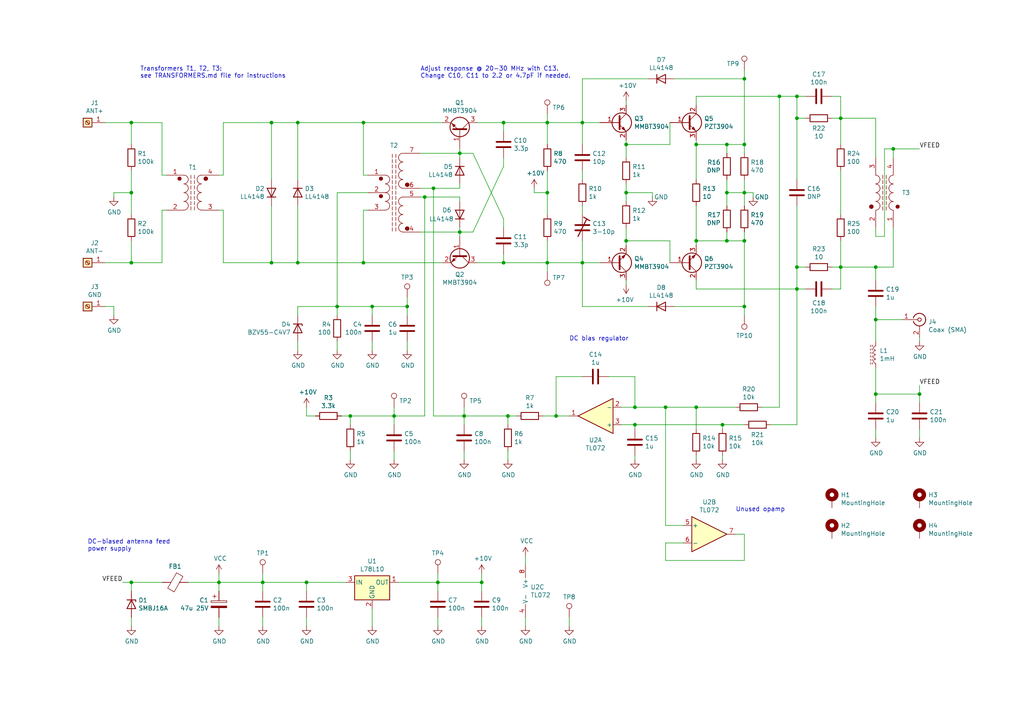
<source format=kicad_sch>
(kicad_sch (version 20230121) (generator eeschema)
  (paper "A4")
  (title_block (title "Lomiloop antenna amplifier") (date "2021-06-14") (rev "1") (company "Roman Dobrodii") (comment 1 "Licensed under Solderpad Hardware License v2.1"))
  (junction (at 181.61 41.91))
  (junction (at 231.14 77.47))
  (junction (at 226.06 27.94))
  (junction (at 215.9 41.91))
  (junction (at 215.9 69.85))
  (junction (at 38.1 55.88))
  (junction (at 201.93 118.11))
  (junction (at 38.1 35.56))
  (junction (at 215.9 55.88))
  (junction (at 125.73 54.61))
  (junction (at 184.15 118.11))
  (junction (at 181.61 69.85))
  (junction (at 114.3 120.65))
  (junction (at 38.1 168.91))
  (junction (at 161.29 120.65))
  (junction (at 243.84 34.29))
  (junction (at 215.9 22.86))
  (junction (at 215.9 88.9))
  (junction (at 38.1 76.2))
  (junction (at 88.9 168.91))
  (junction (at 133.35 67.31))
  (junction (at 210.82 41.91))
  (junction (at 123.19 57.15))
  (junction (at 231.14 83.82))
  (junction (at 243.84 77.47))
  (junction (at 266.7 114.3))
  (junction (at 101.6 120.65))
  (junction (at 86.36 76.2))
  (junction (at 78.74 35.56))
  (junction (at 210.82 55.88))
  (junction (at 105.41 35.56))
  (junction (at 133.35 44.45))
  (junction (at 209.55 123.19))
  (junction (at 181.61 55.88))
  (junction (at 134.62 120.65))
  (junction (at 158.75 35.56))
  (junction (at 158.75 76.2))
  (junction (at 97.79 88.9))
  (junction (at 254 92.71))
  (junction (at 168.91 35.56))
  (junction (at 146.05 76.2))
  (junction (at 184.15 123.19))
  (junction (at 158.75 55.88))
  (junction (at 231.14 34.29))
  (junction (at 107.95 88.9))
  (junction (at 127 168.91))
  (junction (at 201.93 41.91))
  (junction (at 146.05 35.56))
  (junction (at 105.41 76.2))
  (junction (at 147.32 120.65))
  (junction (at 86.36 35.56))
  (junction (at 76.2 168.91))
  (junction (at 201.93 69.85))
  (junction (at 63.5 168.91))
  (junction (at 231.14 27.94))
  (junction (at 118.11 88.9))
  (junction (at 259.08 43.18))
  (junction (at 139.7 168.91))
  (junction (at 210.82 69.85))
  (junction (at 193.04 118.11))
  (junction (at 168.91 76.2))
  (junction (at 78.74 76.2))
  (junction (at 254 77.47))
  (junction (at 254 114.3))
  (wire (pts (xy 97.79 99.06) (xy 97.79 101.6)))
  (wire (pts (xy 146.05 66.04) (xy 146.05 63.5)))
  (wire (pts (xy 64.77 35.56) (xy 78.74 35.56)))
  (wire (pts (xy 76.2 168.91) (xy 63.5 168.91)))
  (wire (pts (xy 35.56 168.91) (xy 38.1 168.91)))
  (wire (pts (xy 254 116.84) (xy 254 114.3)))
  (wire (pts (xy 209.55 133.35) (xy 209.55 132.08)))
  (wire (pts (xy 152.4 161.29) (xy 152.4 163.83)))
  (wire (pts (xy 231.14 27.94) (xy 233.68 27.94)))
  (wire (pts (xy 201.93 118.11) (xy 213.36 118.11)))
  (wire (pts (xy 254 34.29) (xy 254 45.72)))
  (wire (pts (xy 121.92 54.61) (xy 125.73 54.61)))
  (wire (pts (xy 210.82 67.31) (xy 210.82 69.85)))
  (wire (pts (xy 46.99 50.8) (xy 48.26 50.8)))
  (wire (pts (xy 158.75 33.02) (xy 158.75 35.56)))
  (wire (pts (xy 158.75 55.88) (xy 154.94 55.88)))
  (wire (pts (xy 105.41 50.8) (xy 106.68 50.8)))
  (wire (pts (xy 97.79 55.88) (xy 97.79 88.9)))
  (wire (pts (xy 215.9 20.32) (xy 215.9 22.86)))
  (wire (pts (xy 146.05 76.2) (xy 158.75 76.2)))
  (wire (pts (xy 158.75 41.91) (xy 158.75 35.56)))
  (wire (pts (xy 168.91 88.9) (xy 168.91 76.2)))
  (wire (pts (xy 161.29 120.65) (xy 157.48 120.65)))
  (wire (pts (xy 64.77 76.2) (xy 64.77 60.96)))
  (wire (pts (xy 114.3 120.65) (xy 114.3 123.19)))
  (wire (pts (xy 201.93 133.35) (xy 201.93 132.08)))
  (wire (pts (xy 261.62 92.71) (xy 254 92.71)))
  (wire (pts (xy 38.1 69.85) (xy 38.1 76.2)))
  (wire (pts (xy 127 168.91) (xy 139.7 168.91)))
  (wire (pts (xy 220.98 118.11) (xy 226.06 118.11)))
  (wire (pts (xy 243.84 83.82) (xy 243.84 77.47)))
  (wire (pts (xy 158.75 76.2) (xy 168.91 76.2)))
  (wire (pts (xy 254 106.68) (xy 254 114.3)))
  (wire (pts (xy 86.36 91.44) (xy 86.36 88.9)))
  (wire (pts (xy 146.05 48.26) (xy 137.16 67.31)))
  (wire (pts (xy 184.15 123.19) (xy 209.55 123.19)))
  (wire (pts (xy 187.96 88.9) (xy 168.91 88.9)))
  (wire (pts (xy 201.93 69.85) (xy 210.82 69.85)))
  (wire (pts (xy 133.35 67.31) (xy 137.16 67.31)))
  (wire (pts (xy 78.74 35.56) (xy 78.74 52.07)))
  (wire (pts (xy 254 124.46) (xy 254 127)))
  (wire (pts (xy 133.35 67.31) (xy 133.35 68.58)))
  (wire (pts (xy 78.74 59.69) (xy 78.74 76.2)))
  (wire (pts (xy 198.12 157.48) (xy 193.04 157.48)))
  (wire (pts (xy 86.36 52.07) (xy 86.36 35.56)))
  (wire (pts (xy 193.04 152.4) (xy 193.04 118.11)))
  (wire (pts (xy 215.9 69.85) (xy 215.9 88.9)))
  (wire (pts (xy 118.11 88.9) (xy 107.95 88.9)))
  (wire (pts (xy 86.36 59.69) (xy 86.36 76.2)))
  (wire (pts (xy 101.6 120.65) (xy 101.6 123.19)))
  (wire (pts (xy 78.74 76.2) (xy 64.77 76.2)))
  (wire (pts (xy 76.2 168.91) (xy 88.9 168.91)))
  (wire (pts (xy 254 92.71) (xy 254 99.06)))
  (wire (pts (xy 254 68.58) (xy 256.54 68.58)))
  (wire (pts (xy 231.14 77.47) (xy 231.14 59.69)))
  (wire (pts (xy 215.9 44.45) (xy 215.9 41.91)))
  (wire (pts (xy 181.61 69.85) (xy 181.61 71.12)))
  (wire (pts (xy 233.68 83.82) (xy 231.14 83.82)))
  (wire (pts (xy 181.61 41.91) (xy 181.61 45.72)))
  (wire (pts (xy 158.75 49.53) (xy 158.75 55.88)))
  (wire (pts (xy 215.9 67.31) (xy 215.9 69.85)))
  (wire (pts (xy 241.3 83.82) (xy 243.84 83.82)))
  (wire (pts (xy 231.14 34.29) (xy 231.14 52.07)))
  (wire (pts (xy 266.7 43.18) (xy 259.08 43.18)))
  (wire (pts (xy 115.57 168.91) (xy 127 168.91)))
  (wire (pts (xy 154.94 55.88) (xy 154.94 54.61)))
  (wire (pts (xy 46.99 76.2) (xy 46.99 60.96)))
  (wire (pts (xy 38.1 62.23) (xy 38.1 55.88)))
  (wire (pts (xy 187.96 22.86) (xy 168.91 22.86)))
  (wire (pts (xy 125.73 54.61) (xy 125.73 120.65)))
  (wire (pts (xy 181.61 30.48) (xy 181.61 29.21)))
  (wire (pts (xy 152.4 179.07) (xy 152.4 181.61)))
  (wire (pts (xy 254 77.47) (xy 259.08 77.47)))
  (wire (pts (xy 254 68.58) (xy 254 66.04)))
  (wire (pts (xy 88.9 168.91) (xy 100.33 168.91)))
  (wire (pts (xy 259.08 77.47) (xy 259.08 66.04)))
  (wire (pts (xy 231.14 77.47) (xy 233.68 77.47)))
  (wire (pts (xy 218.44 55.88) (xy 215.9 55.88)))
  (wire (pts (xy 38.1 41.91) (xy 38.1 35.56)))
  (wire (pts (xy 105.41 35.56) (xy 105.41 50.8)))
  (wire (pts (xy 173.99 76.2) (xy 168.91 76.2)))
  (wire (pts (xy 123.19 57.15) (xy 123.19 120.65)))
  (wire (pts (xy 194.31 41.91) (xy 194.31 35.56)))
  (wire (pts (xy 146.05 45.72) (xy 146.05 48.26)))
  (wire (pts (xy 168.91 35.56) (xy 158.75 35.56)))
  (wire (pts (xy 121.92 44.45) (xy 133.35 44.45)))
  (wire (pts (xy 168.91 109.22) (xy 161.29 109.22)))
  (wire (pts (xy 161.29 120.65) (xy 165.1 120.65)))
  (wire (pts (xy 121.92 67.31) (xy 133.35 67.31)))
  (wire (pts (xy 133.35 58.42) (xy 133.35 57.15)))
  (wire (pts (xy 193.04 118.11) (xy 184.15 118.11)))
  (wire (pts (xy 243.84 34.29) (xy 254 34.29)))
  (wire (pts (xy 63.5 168.91) (xy 54.61 168.91)))
  (wire (pts (xy 161.29 109.22) (xy 161.29 120.65)))
  (wire (pts (xy 210.82 55.88) (xy 210.82 59.69)))
  (wire (pts (xy 101.6 130.81) (xy 101.6 133.35)))
  (wire (pts (xy 78.74 35.56) (xy 86.36 35.56)))
  (wire (pts (xy 138.43 76.2) (xy 146.05 76.2)))
  (wire (pts (xy 215.9 162.56) (xy 215.9 154.94)))
  (wire (pts (xy 195.58 88.9) (xy 215.9 88.9)))
  (wire (pts (xy 165.1 179.07) (xy 165.1 181.61)))
  (wire (pts (xy 127 179.07) (xy 127 181.61)))
  (wire (pts (xy 105.41 60.96) (xy 106.68 60.96)))
  (wire (pts (xy 33.02 88.9) (xy 33.02 91.44)))
  (wire (pts (xy 133.35 44.45) (xy 137.16 44.45)))
  (wire (pts (xy 125.73 120.65) (xy 134.62 120.65)))
  (wire (pts (xy 137.16 44.45) (xy 146.05 63.5)))
  (wire (pts (xy 193.04 162.56) (xy 215.9 162.56)))
  (wire (pts (xy 86.36 35.56) (xy 105.41 35.56)))
  (wire (pts (xy 121.92 57.15) (xy 123.19 57.15)))
  (wire (pts (xy 78.74 76.2) (xy 86.36 76.2)))
  (wire (pts (xy 256.54 43.18) (xy 259.08 43.18)))
  (wire (pts (xy 158.75 76.2) (xy 158.75 69.85)))
  (wire (pts (xy 88.9 181.61) (xy 88.9 179.07)))
  (wire (pts (xy 210.82 52.07) (xy 210.82 55.88)))
  (wire (pts (xy 139.7 168.91) (xy 139.7 171.45)))
  (wire (pts (xy 198.12 152.4) (xy 193.04 152.4)))
  (wire (pts (xy 231.14 83.82) (xy 231.14 123.19)))
  (wire (pts (xy 134.62 123.19) (xy 134.62 120.65)))
  (wire (pts (xy 243.84 77.47) (xy 254 77.47)))
  (wire (pts (xy 128.27 35.56) (xy 105.41 35.56)))
  (wire (pts (xy 181.61 81.28) (xy 181.61 82.55)))
  (wire (pts (xy 33.02 55.88) (xy 38.1 55.88)))
  (wire (pts (xy 105.41 60.96) (xy 105.41 76.2)))
  (wire (pts (xy 201.93 41.91) (xy 210.82 41.91)))
  (wire (pts (xy 76.2 166.37) (xy 76.2 168.91)))
  (wire (pts (xy 215.9 154.94) (xy 213.36 154.94)))
  (wire (pts (xy 97.79 88.9) (xy 107.95 88.9)))
  (wire (pts (xy 223.52 123.19) (xy 231.14 123.19)))
  (wire (pts (xy 180.34 123.19) (xy 184.15 123.19)))
  (wire (pts (xy 38.1 35.56) (xy 46.99 35.56)))
  (wire (pts (xy 88.9 118.11) (xy 88.9 120.65)))
  (wire (pts (xy 114.3 133.35) (xy 114.3 130.81)))
  (wire (pts (xy 266.7 127) (xy 266.7 124.46)))
  (wire (pts (xy 218.44 55.88) (xy 218.44 57.15)))
  (wire (pts (xy 134.62 120.65) (xy 147.32 120.65)))
  (wire (pts (xy 184.15 109.22) (xy 184.15 118.11)))
  (wire (pts (xy 181.61 58.42) (xy 181.61 55.88)))
  (wire (pts (xy 139.7 168.91) (xy 139.7 166.37)))
  (wire (pts (xy 194.31 69.85) (xy 181.61 69.85)))
  (wire (pts (xy 184.15 118.11) (xy 180.34 118.11)))
  (wire (pts (xy 181.61 55.88) (xy 189.23 55.88)))
  (wire (pts (xy 176.53 109.22) (xy 184.15 109.22)))
  (wire (pts (xy 241.3 34.29) (xy 243.84 34.29)))
  (wire (pts (xy 243.84 27.94) (xy 243.84 34.29)))
  (wire (pts (xy 181.61 55.88) (xy 181.61 53.34)))
  (wire (pts (xy 139.7 181.61) (xy 139.7 179.07)))
  (wire (pts (xy 38.1 168.91) (xy 46.99 168.91)))
  (wire (pts (xy 38.1 181.61) (xy 38.1 179.07)))
  (wire (pts (xy 201.93 124.46) (xy 201.93 118.11)))
  (wire (pts (xy 215.9 52.07) (xy 215.9 55.88)))
  (wire (pts (xy 201.93 41.91) (xy 201.93 52.07)))
  (wire (pts (xy 210.82 44.45) (xy 210.82 41.91)))
  (wire (pts (xy 127 171.45) (xy 127 168.91)))
  (wire (pts (xy 38.1 76.2) (xy 46.99 76.2)))
  (wire (pts (xy 118.11 101.6) (xy 118.11 99.06)))
  (wire (pts (xy 134.62 118.11) (xy 134.62 120.65)))
  (wire (pts (xy 243.84 49.53) (xy 243.84 62.23)))
  (wire (pts (xy 149.86 120.65) (xy 147.32 120.65)))
  (wire (pts (xy 133.35 45.72) (xy 133.35 44.45)))
  (wire (pts (xy 38.1 171.45) (xy 38.1 168.91)))
  (wire (pts (xy 184.15 132.08) (xy 184.15 133.35)))
  (wire (pts (xy 184.15 124.46) (xy 184.15 123.19)))
  (wire (pts (xy 193.04 157.48) (xy 193.04 162.56)))
  (wire (pts (xy 86.36 99.06) (xy 86.36 101.6)))
  (wire (pts (xy 168.91 35.56) (xy 173.99 35.56)))
  (wire (pts (xy 201.93 83.82) (xy 231.14 83.82)))
  (wire (pts (xy 128.27 76.2) (xy 105.41 76.2)))
  (wire (pts (xy 63.5 166.37) (xy 63.5 168.91)))
  (wire (pts (xy 127 166.37) (xy 127 168.91)))
  (wire (pts (xy 168.91 41.91) (xy 168.91 35.56)))
  (wire (pts (xy 266.7 97.79) (xy 266.7 99.06)))
  (wire (pts (xy 215.9 55.88) (xy 215.9 59.69)))
  (wire (pts (xy 215.9 88.9) (xy 215.9 91.44)))
  (wire (pts (xy 241.3 27.94) (xy 243.84 27.94)))
  (wire (pts (xy 241.3 77.47) (xy 243.84 77.47)))
  (wire (pts (xy 64.77 50.8) (xy 64.77 35.56)))
  (wire (pts (xy 256.54 68.58) (xy 256.54 43.18)))
  (wire (pts (xy 30.48 76.2) (xy 38.1 76.2)))
  (wire (pts (xy 181.61 40.64) (xy 181.61 41.91)))
  (wire (pts (xy 97.79 91.44) (xy 97.79 88.9)))
  (wire (pts (xy 86.36 88.9) (xy 97.79 88.9)))
  (wire (pts (xy 209.55 124.46) (xy 209.55 123.19)))
  (wire (pts (xy 107.95 101.6) (xy 107.95 99.06)))
  (wire (pts (xy 201.93 59.69) (xy 201.93 69.85)))
  (wire (pts (xy 210.82 55.88) (xy 215.9 55.88)))
  (wire (pts (xy 63.5 181.61) (xy 63.5 179.07)))
  (wire (pts (xy 133.35 44.45) (xy 133.35 43.18)))
  (wire (pts (xy 168.91 76.2) (xy 168.91 69.85)))
  (wire (pts (xy 30.48 35.56) (xy 38.1 35.56)))
  (wire (pts (xy 201.93 118.11) (xy 193.04 118.11)))
  (wire (pts (xy 226.06 27.94) (xy 226.06 118.11)))
  (wire (pts (xy 114.3 118.11) (xy 114.3 120.65)))
  (wire (pts (xy 215.9 22.86) (xy 215.9 41.91)))
  (wire (pts (xy 118.11 91.44) (xy 118.11 88.9)))
  (wire (pts (xy 147.32 133.35) (xy 147.32 130.81)))
  (wire (pts (xy 101.6 120.65) (xy 114.3 120.65)))
  (wire (pts (xy 33.02 57.15) (xy 33.02 55.88)))
  (wire (pts (xy 210.82 69.85) (xy 215.9 69.85)))
  (wire (pts (xy 209.55 123.19) (xy 215.9 123.19)))
  (wire (pts (xy 133.35 57.15) (xy 123.19 57.15)))
  (wire (pts (xy 64.77 60.96) (xy 63.5 60.96)))
  (wire (pts (xy 158.75 78.74) (xy 158.75 76.2)))
  (wire (pts (xy 254 92.71) (xy 254 88.9)))
  (wire (pts (xy 231.14 34.29) (xy 233.68 34.29)))
  (wire (pts (xy 201.93 81.28) (xy 201.93 83.82)))
  (wire (pts (xy 231.14 83.82) (xy 231.14 77.47)))
  (wire (pts (xy 38.1 55.88) (xy 38.1 49.53)))
  (wire (pts (xy 63.5 50.8) (xy 64.77 50.8)))
  (wire (pts (xy 181.61 41.91) (xy 194.31 41.91)))
  (wire (pts (xy 133.35 53.34) (xy 133.35 54.61)))
  (wire (pts (xy 201.93 27.94) (xy 226.06 27.94)))
  (wire (pts (xy 147.32 123.19) (xy 147.32 120.65)))
  (wire (pts (xy 86.36 76.2) (xy 105.41 76.2)))
  (wire (pts (xy 46.99 35.56) (xy 46.99 50.8)))
  (wire (pts (xy 266.7 116.84) (xy 266.7 114.3)))
  (wire (pts (xy 46.99 60.96) (xy 48.26 60.96)))
  (wire (pts (xy 254 114.3) (xy 266.7 114.3)))
  (wire (pts (xy 158.75 55.88) (xy 158.75 62.23)))
  (wire (pts (xy 210.82 41.91) (xy 215.9 41.91)))
  (wire (pts (xy 134.62 133.35) (xy 134.62 130.81)))
  (wire (pts (xy 107.95 88.9) (xy 107.95 91.44)))
  (wire (pts (xy 88.9 120.65) (xy 91.44 120.65)))
  (wire (pts (xy 146.05 35.56) (xy 158.75 35.56)))
  (wire (pts (xy 106.68 55.88) (xy 97.79 55.88)))
  (wire (pts (xy 181.61 66.04) (xy 181.61 69.85)))
  (wire (pts (xy 168.91 49.53) (xy 168.91 52.07)))
  (wire (pts (xy 88.9 171.45) (xy 88.9 168.91)))
  (wire (pts (xy 133.35 66.04) (xy 133.35 67.31)))
  (wire (pts (xy 201.93 69.85) (xy 201.93 71.12)))
  (wire (pts (xy 76.2 181.61) (xy 76.2 179.07)))
  (wire (pts (xy 146.05 35.56) (xy 146.05 38.1)))
  (wire (pts (xy 30.48 88.9) (xy 33.02 88.9)))
  (wire (pts (xy 201.93 40.64) (xy 201.93 41.91)))
  (wire (pts (xy 138.43 35.56) (xy 146.05 35.56)))
  (wire (pts (xy 146.05 76.2) (xy 146.05 73.66)))
  (wire (pts (xy 168.91 22.86) (xy 168.91 35.56)))
  (wire (pts (xy 123.19 120.65) (xy 114.3 120.65)))
  (wire (pts (xy 168.91 62.23) (xy 168.91 59.69)))
  (wire (pts (xy 231.14 34.29) (xy 231.14 27.94)))
  (wire (pts (xy 133.35 54.61) (xy 125.73 54.61)))
  (wire (pts (xy 107.95 181.61) (xy 107.95 176.53)))
  (wire (pts (xy 243.84 77.47) (xy 243.84 69.85)))
  (wire (pts (xy 63.5 171.45) (xy 63.5 168.91)))
  (wire (pts (xy 194.31 76.2) (xy 194.31 69.85)))
  (wire (pts (xy 118.11 86.36) (xy 118.11 88.9)))
  (wire (pts (xy 226.06 27.94) (xy 231.14 27.94)))
  (wire (pts (xy 254 81.28) (xy 254 77.47)))
  (wire (pts (xy 189.23 55.88) (xy 189.23 57.15)))
  (wire (pts (xy 243.84 34.29) (xy 243.84 41.91)))
  (wire (pts (xy 259.08 45.72) (xy 259.08 43.18)))
  (wire (pts (xy 266.7 111.76) (xy 266.7 114.3)))
  (wire (pts (xy 76.2 171.45) (xy 76.2 168.91)))
  (wire (pts (xy 101.6 120.65) (xy 99.06 120.65)))
  (wire (pts (xy 195.58 22.86) (xy 215.9 22.86)))
  (wire (pts (xy 201.93 30.48) (xy 201.93 27.94)))
  (text "DC-biased antenna feed\npower supply" (at 25.4 160.02 0) (effects (font (size 1.27 1.27)) (justify left bottom)))
  (text "Unused opamp" (at 213.36 148.59 0) (effects (font (size 1.27 1.27)) (justify left bottom)))
  (text "Adjust response @ 20-30 MHz with C13.\nChange C10, C11 to 2.2 or 4.7pF if needed." (at 121.92 22.86 0) (effects (font (size 1.27 1.27)) (justify left bottom)))
  (text "DC bias regulator" (at 165.1 99.06 0) (effects (font (size 1.27 1.27)) (justify left bottom)))
  (text "Transformers T1, T2, T3:\nsee TRANSFORMERS.md file for instructions" (at 40.64 22.86 0) (effects (font (size 1.27 1.27)) (justify left bottom)))
  (label "VFEED" (at 266.7 43.18 0))
  (label "VFEED" (at 266.7 111.76 0))
  (label "VFEED" (at 35.56 168.91 180))
  (symbol (lib_id "Connector:Screw_Terminal_01x01") (at 25.4 35.56 180) (unit 1)
    (property "Reference" "J1" (at 27.4828 29.845 0))
    (property "Value" "ANT+" (at 27.4828 32.1564 0))
    (property "Footprint" "local_footprints:Keystone_7771_ScrewTerminal" (effects hide))
  )
  (symbol (lib_id "Connector:Screw_Terminal_01x01") (at 25.4 76.2 180) (unit 1)
    (property "Reference" "J2" (at 27.4828 70.485 0))
    (property "Value" "ANT-" (at 27.4828 72.7964 0))
    (property "Footprint" "local_footprints:Keystone_7771_ScrewTerminal" (effects hide))
  )
  (symbol (lib_id "Device:R") (at 38.1 66.04 0) (unit 1)
    (property "Reference" "R2" (at 39.878 64.8716 0) (effects (justify left)))
    (property "Value" "100k" (at 39.878 67.183 0) (effects (justify left)))
    (property "Footprint" "Resistor_SMD:R_0805_2012Metric_Pad1.15x1.40mm_HandSolder" (effects hide))
  )
  (symbol (lib_id "Device:R") (at 38.1 45.72 0) (unit 1)
    (property "Reference" "R1" (at 39.878 44.5516 0) (effects (justify left)))
    (property "Value" "100k" (at 39.878 46.863 0) (effects (justify left)))
    (property "Footprint" "Resistor_SMD:R_0805_2012Metric_Pad1.15x1.40mm_HandSolder" (effects hide))
  )
  (symbol (lib_id "power:GND") (at 33.02 57.15 0) (unit 1)
    (property "Reference" "#PWR01" (effects hide))
    (property "Value" "GND" (at 33.147 61.5442 0))
  )
  (symbol (lib_id "Connector:Screw_Terminal_01x01") (at 25.4 88.9 180) (unit 1)
    (property "Reference" "J3" (at 27.4828 83.185 0))
    (property "Value" "GND" (at 27.4828 85.4964 0))
    (property "Footprint" "local_footprints:Keystone_7771_ScrewTerminal" (effects hide))
  )
  (symbol (lib_id "power:GND") (at 33.02 91.44 0) (unit 1)
    (property "Reference" "#PWR02" (effects hide))
    (property "Value" "GND" (at 33.147 95.8342 0))
  )
  (symbol (lib_id "Diode:1N4148W") (at 78.74 55.88 90) (unit 1)
    (property "Reference" "D2" (at 76.7334 54.7116 90) (effects (justify left)))
    (property "Value" "LL4148" (at 76.7334 57.023 90) (effects (justify left)))
    (property "Footprint" "Diode_SMD:D_MiniMELF" (effects hide))
    (property "Datasheet" "https://www.vishay.com/docs/85748/1n4148w.pdf" (effects hide))
  )
  (symbol (lib_id "Diode:1N4148W") (at 86.36 55.88 270) (unit 1)
    (property "Reference" "D3" (at 88.392 54.7116 90) (effects (justify left)))
    (property "Value" "LL4148" (at 88.392 57.023 90) (effects (justify left)))
    (property "Footprint" "Diode_SMD:D_MiniMELF" (effects hide))
    (property "Datasheet" "https://www.vishay.com/docs/85748/1n4148w.pdf" (effects hide))
  )
  (symbol (lib_id "Device:D_Zener") (at 86.36 95.25 270) (unit 1)
    (property "Reference" "D4" (at 84.328 94.0816 90) (effects (justify right)))
    (property "Value" "BZV55-C4V7" (at 84.328 96.393 90) (effects (justify right)))
    (property "Footprint" "Diode_SMD:D_MiniMELF" (effects hide))
  )
  (symbol (lib_id "power:GND") (at 86.36 101.6 0) (unit 1)
    (property "Reference" "#PWR07" (effects hide))
    (property "Value" "GND" (at 86.487 105.9942 0))
  )
  (symbol (lib_id "local_syms:Transformer_1P_1S_ferrite") (at 55.88 55.88 0) (unit 1)
    (property "Reference" "T1" (at 55.88 48.5394 0))
    (property "Value" "Isolation trafo" (effects hide))
    (property "Footprint" "local_footprints:FairRite_5943004901_Standing" (effects hide))
  )
  (symbol (lib_id "local_syms:Transformer_1PS_2S_ferrite") (at 114.3 55.88 0) (unit 1)
    (property "Reference" "T2" (at 114.3 42.1894 0))
    (property "Value" "Normalization trafo" (effects hide))
    (property "Footprint" "local_footprints:BN_43_202_Trafo1SP2S" (effects hide))
  )
  (symbol (lib_id "Device:C") (at 107.95 95.25 0) (unit 1)
    (property "Reference" "C4" (at 105.029 94.0816 0) (effects (justify right)))
    (property "Value" "100n" (at 105.029 96.393 0) (effects (justify right)))
    (property "Footprint" "Capacitor_SMD:C_0805_2012Metric_Pad1.15x1.40mm_HandSolder" (effects hide))
  )
  (symbol (lib_id "Device:R") (at 97.79 95.25 0) (unit 1)
    (property "Reference" "R4" (at 96.0374 94.0816 0) (effects (justify right)))
    (property "Value" "100" (at 96.0374 96.393 0) (effects (justify right)))
    (property "Footprint" "Resistor_SMD:R_0805_2012Metric_Pad1.15x1.40mm_HandSolder" (effects hide))
  )
  (symbol (lib_id "power:GND") (at 97.79 101.6 0) (unit 1)
    (property "Reference" "#PWR010" (effects hide))
    (property "Value" "GND" (at 97.917 105.9942 0))
  )
  (symbol (lib_id "power:GND") (at 107.95 101.6 0) (unit 1)
    (property "Reference" "#PWR012" (effects hide))
    (property "Value" "GND" (at 108.077 105.9942 0))
  )
  (symbol (lib_id "Transistor_BJT:MMBT3904") (at 133.35 38.1 270) (mirror x) (unit 1)
    (property "Reference" "Q1" (at 133.35 29.7688 90))
    (property "Value" "MMBT3904" (at 133.35 32.0802 90))
    (property "Footprint" "Package_TO_SOT_SMD:SOT-23" (effects hide))
    (property "Datasheet" "https://www.onsemi.com/pub/Collateral/2N3903-D.PDF" (effects hide))
  )
  (symbol (lib_id "Transistor_BJT:MMBT3904") (at 133.35 73.66 270) (unit 1)
    (property "Reference" "Q2" (at 133.35 79.629 90))
    (property "Value" "MMBT3904" (at 133.35 81.9404 90))
    (property "Footprint" "Package_TO_SOT_SMD:SOT-23" (effects hide))
    (property "Datasheet" "https://www.onsemi.com/pub/Collateral/2N3903-D.PDF" (effects hide))
  )
  (symbol (lib_id "Device:C") (at 146.05 41.91 180) (unit 1)
    (property "Reference" "C10" (at 148.971 40.7416 0) (effects (justify right)))
    (property "Value" "3.3p" (at 148.971 43.053 0) (effects (justify right)))
    (property "Footprint" "Capacitor_SMD:C_0805_2012Metric_Pad1.15x1.40mm_HandSolder" (effects hide))
  )
  (symbol (lib_id "Device:C") (at 146.05 69.85 180) (unit 1)
    (property "Reference" "C11" (at 148.971 68.6816 0) (effects (justify right)))
    (property "Value" "3.3p" (at 148.971 70.993 0) (effects (justify right)))
    (property "Footprint" "Capacitor_SMD:C_0805_2012Metric_Pad1.15x1.40mm_HandSolder" (effects hide))
  )
  (symbol (lib_id "Diode:1N4148W") (at 133.35 62.23 90) (unit 1)
    (property "Reference" "D6" (at 128.27 60.96 90) (effects (justify right)))
    (property "Value" "LL4148" (at 124.46 63.5 90) (effects (justify right)))
    (property "Footprint" "Diode_SMD:D_MiniMELF" (effects hide))
    (property "Datasheet" "https://www.vishay.com/docs/85748/1n4148w.pdf" (effects hide))
  )
  (symbol (lib_id "Device:R") (at 158.75 45.72 0) (unit 1)
    (property "Reference" "R8" (at 160.528 44.5516 0) (effects (justify left)))
    (property "Value" "470" (at 160.528 46.863 0) (effects (justify left)))
    (property "Footprint" "Resistor_SMD:R_0805_2012Metric_Pad1.15x1.40mm_HandSolder" (effects hide))
  )
  (symbol (lib_id "Device:R") (at 158.75 66.04 0) (unit 1)
    (property "Reference" "R9" (at 160.528 64.8716 0) (effects (justify left)))
    (property "Value" "470" (at 160.528 67.183 0) (effects (justify left)))
    (property "Footprint" "Resistor_SMD:R_0805_2012Metric_Pad1.15x1.40mm_HandSolder" (effects hide))
  )
  (symbol (lib_id "Diode:1N4148W") (at 133.35 49.53 90) (mirror x) (unit 1)
    (property "Reference" "D5" (at 131.3434 48.3616 90) (effects (justify left)))
    (property "Value" "LL4148" (at 131.3434 50.673 90) (effects (justify left)))
    (property "Footprint" "Diode_SMD:D_MiniMELF" (effects hide))
    (property "Datasheet" "https://www.vishay.com/docs/85748/1n4148w.pdf" (effects hide))
  )
  (symbol (lib_id "Device:R") (at 168.91 55.88 0) (unit 1)
    (property "Reference" "R10" (at 170.688 54.7116 0) (effects (justify left)))
    (property "Value" "1k" (at 170.688 57.023 0) (effects (justify left)))
    (property "Footprint" "Resistor_SMD:R_0805_2012Metric_Pad1.15x1.40mm_HandSolder" (effects hide))
  )
  (symbol (lib_id "lomiloop-rescue:CTRIM-Device") (at 168.91 66.04 0) (unit 1)
    (property "Reference" "C13" (at 171.831 64.8716 0) (effects (justify left)))
    (property "Value" "3-10p" (at 171.831 67.183 0) (effects (justify left)))
    (property "Footprint" "Capacitor_SMD:C_Trimmer_Murata_TZB4-A" (effects hide))
  )
  (symbol (lib_id "Device:C") (at 168.91 45.72 0) (unit 1)
    (property "Reference" "C12" (at 171.831 44.5516 0) (effects (justify left)))
    (property "Value" "10p" (at 171.831 46.863 0) (effects (justify left)))
    (property "Footprint" "Capacitor_SMD:C_0805_2012Metric_Pad1.15x1.40mm_HandSolder" (effects hide))
  )
  (symbol (lib_id "Device:R") (at 181.61 49.53 0) (unit 1)
    (property "Reference" "R11" (at 183.388 48.3616 0) (effects (justify left)))
    (property "Value" "1k" (at 183.388 50.673 0) (effects (justify left)))
    (property "Footprint" "Resistor_SMD:R_0805_2012Metric_Pad1.15x1.40mm_HandSolder" (effects hide))
  )
  (symbol (lib_id "Device:R") (at 181.61 62.23 0) (unit 1)
    (property "Reference" "R12" (at 183.388 61.0616 0) (effects (justify left)))
    (property "Value" "1k" (at 183.388 63.373 0) (effects (justify left)))
    (property "Footprint" "Resistor_SMD:R_0805_2012Metric_Pad1.15x1.40mm_HandSolder" (effects hide))
  )
  (symbol (lib_id "power:GND") (at 189.23 57.15 0) (unit 1)
    (property "Reference" "#PWR028" (effects hide))
    (property "Value" "GND" (at 191.77 57.15 0))
  )
  (symbol (lib_id "Transistor_BJT:PZT3904") (at 199.39 35.56 0) (unit 1)
    (property "Reference" "Q5" (at 204.216 34.3916 0) (effects (justify left)))
    (property "Value" "PZT3904" (at 204.216 36.703 0) (effects (justify left)))
    (property "Footprint" "Package_TO_SOT_SMD:SOT-223-3_TabPin2" (effects hide))
    (property "Datasheet" "https://www.onsemi.com/pub/Collateral/2N3903-D.PDF" (effects hide))
  )
  (symbol (lib_id "Transistor_BJT:PZT3904") (at 199.39 76.2 0) (mirror x) (unit 1)
    (property "Reference" "Q6" (at 204.216 75.0316 0) (effects (justify left)))
    (property "Value" "PZT3904" (at 204.216 77.343 0) (effects (justify left)))
    (property "Footprint" "Package_TO_SOT_SMD:SOT-223-3_TabPin2" (effects hide))
    (property "Datasheet" "https://www.onsemi.com/pub/Collateral/2N3903-D.PDF" (effects hide))
  )
  (symbol (lib_id "Device:R") (at 201.93 55.88 0) (unit 1)
    (property "Reference" "R13" (at 203.708 54.7116 0) (effects (justify left)))
    (property "Value" "10" (at 203.708 57.023 0) (effects (justify left)))
    (property "Footprint" "Resistor_SMD:R_0805_2012Metric_Pad1.15x1.40mm_HandSolder" (effects hide))
  )
  (symbol (lib_id "Device:R") (at 215.9 63.5 0) (unit 1)
    (property "Reference" "R19" (at 217.678 62.3316 0) (effects (justify left)))
    (property "Value" "470" (at 217.678 64.643 0) (effects (justify left)))
    (property "Footprint" "Resistor_SMD:R_0805_2012Metric_Pad1.15x1.40mm_HandSolder" (effects hide))
  )
  (symbol (lib_id "Device:R") (at 243.84 45.72 0) (unit 1)
    (property "Reference" "R24" (at 245.618 44.5516 0) (effects (justify left)))
    (property "Value" "100" (at 245.618 46.863 0) (effects (justify left)))
    (property "Footprint" "Resistor_SMD:R_0805_2012Metric_Pad1.15x1.40mm_HandSolder" (effects hide))
  )
  (symbol (lib_id "Device:R") (at 243.84 66.04 0) (unit 1)
    (property "Reference" "R25" (at 245.618 64.8716 0) (effects (justify left)))
    (property "Value" "100" (at 245.618 67.183 0) (effects (justify left)))
    (property "Footprint" "Resistor_SMD:R_0805_2012Metric_Pad1.15x1.40mm_HandSolder" (effects hide))
  )
  (symbol (lib_id "Device:C") (at 231.14 55.88 0) (unit 1)
    (property "Reference" "C16" (at 234.061 54.7116 0) (effects (justify left)))
    (property "Value" "DNP" (at 234.061 57.023 0) (effects (justify left)))
    (property "Footprint" "Capacitor_SMD:C_0805_2012Metric_Pad1.15x1.40mm_HandSolder" (effects hide))
  )
  (symbol (lib_id "local_syms:Transformer_TL_Basic") (at 256.54 55.88 270) (mirror x) (unit 1)
    (property "Reference" "T3" (at 261.5692 55.88 90) (effects (justify left)))
    (property "Value" "Output balun" (effects hide))
    (property "Footprint" "local_footprints:BN_43_202_Trafo1P1S" (effects hide))
  )
  (symbol (lib_id "Device:C") (at 254 120.65 0) (unit 1)
    (property "Reference" "C20" (at 256.921 119.4816 0) (effects (justify left)))
    (property "Value" "1u" (at 256.921 121.793 0) (effects (justify left)))
    (property "Footprint" "Capacitor_THT:C_Rect_L7.2mm_W5.5mm_P5.00mm_FKS2_FKP2_MKS2_MKP2" (effects hide))
  )
  (symbol (lib_id "power:GND") (at 254 127 0) (unit 1)
    (property "Reference" "#PWR032" (effects hide))
    (property "Value" "GND" (at 254.127 131.3942 0))
  )
  (symbol (lib_id "Connector:Conn_Coaxial") (at 266.7 92.71 0) (unit 1)
    (property "Reference" "J4" (at 269.24 93.345 0) (effects (justify left)))
    (property "Value" "Coax (SMA)" (at 269.24 95.6564 0) (effects (justify left)))
    (property "Footprint" "Connector_Coaxial:SMA_Amphenol_132134_Vertical" (effects hide))
    (property "Datasheet" " ~" (effects hide))
  )
  (symbol (lib_id "power:GND") (at 266.7 99.06 0) (unit 1)
    (property "Reference" "#PWR033" (effects hide))
    (property "Value" "GND" (at 266.827 103.4542 0))
  )
  (symbol (lib_id "Device:R") (at 215.9 48.26 0) (unit 1)
    (property "Reference" "R18" (at 217.678 47.0916 0) (effects (justify left)))
    (property "Value" "470" (at 217.678 49.403 0) (effects (justify left)))
    (property "Footprint" "Resistor_SMD:R_0805_2012Metric_Pad1.15x1.40mm_HandSolder" (effects hide))
  )
  (symbol (lib_id "Device:D_Zener") (at 38.1 175.26 270) (unit 1)
    (property "Reference" "D1" (at 40.132 174.0916 90) (effects (justify left)))
    (property "Value" "SMBJ16A" (at 40.132 176.403 90) (effects (justify left)))
    (property "Footprint" "Diode_SMD:D_SMB_Handsoldering" (effects hide))
  )
  (symbol (lib_id "power:GND") (at 38.1 181.61 0) (unit 1)
    (property "Reference" "#PWR03" (effects hide))
    (property "Value" "GND" (at 38.227 186.0042 0))
  )
  (symbol (lib_id "lomiloop-rescue:Ferrite_Bead-Device") (at 50.8 168.91 270) (unit 1)
    (property "Reference" "FB1" (at 50.8 164.2872 90))
    (property "Value" "Ferrite_Bead" (effects hide))
    (property "Footprint" "Inductor_SMD:L_1206_3216Metric_Pad1.42x1.75mm_HandSolder" (effects hide))
  )
  (symbol (lib_id "lomiloop-rescue:CP-Device") (at 63.5 175.26 0) (unit 1)
    (property "Reference" "C1" (at 60.5282 174.0916 0) (effects (justify right)))
    (property "Value" "47u 25V" (at 60.5282 176.403 0) (effects (justify right)))
    (property "Footprint" "Capacitor_THT:CP_Radial_D5.0mm_P2.00mm" (effects hide))
  )
  (symbol (lib_id "power:GND") (at 63.5 181.61 0) (unit 1)
    (property "Reference" "#PWR05" (effects hide))
    (property "Value" "GND" (at 63.627 186.0042 0))
  )
  (symbol (lib_id "Device:C") (at 76.2 175.26 0) (unit 1)
    (property "Reference" "C2" (at 79.121 174.0916 0) (effects (justify left)))
    (property "Value" "100n" (at 79.121 176.403 0) (effects (justify left)))
    (property "Footprint" "Capacitor_SMD:C_0805_2012Metric_Pad1.15x1.40mm_HandSolder" (effects hide))
  )
  (symbol (lib_id "power:GND") (at 76.2 181.61 0) (unit 1)
    (property "Reference" "#PWR06" (effects hide))
    (property "Value" "GND" (at 76.327 186.0042 0))
  )
  (symbol (lib_id "Regulator_Linear:L78L10_SOT89") (at 107.95 168.91 0) (unit 1)
    (property "Reference" "U1" (at 107.95 162.7632 0))
    (property "Value" "L78L10" (at 107.95 165.0746 0))
    (property "Footprint" "Package_TO_SOT_SMD:SOT-89-3" (effects hide))
    (property "Datasheet" "http://www.st.com/content/ccc/resource/technical/document/datasheet/15/55/e5/aa/23/5b/43/fd/CD00000446.pdf/files/CD00000446.pdf/jcr:content/translations/en.CD00000446.pdf" (effects hide))
  )
  (symbol (lib_id "power:GND") (at 107.95 181.61 0) (unit 1)
    (property "Reference" "#PWR013" (effects hide))
    (property "Value" "GND" (at 108.077 186.0042 0))
  )
  (symbol (lib_id "power:+10V") (at 139.7 166.37 0) (unit 1)
    (property "Reference" "#PWR018" (effects hide))
    (property "Value" "+10V" (at 140.081 161.9758 0))
  )
  (symbol (lib_id "power:+10V") (at 154.94 54.61 0) (unit 1)
    (property "Reference" "#PWR023" (effects hide))
    (property "Value" "+10V" (at 155.321 50.2158 0))
  )
  (symbol (lib_id "power:+10V") (at 181.61 29.21 0) (unit 1)
    (property "Reference" "#PWR025" (effects hide))
    (property "Value" "+10V" (at 181.991 24.8158 0))
  )
  (symbol (lib_id "power:+10V") (at 181.61 82.55 180) (unit 1)
    (property "Reference" "#PWR026" (effects hide))
    (property "Value" "+10V" (at 181.229 86.9442 0))
  )
  (symbol (lib_id "power:VCC") (at 63.5 166.37 0) (unit 1)
    (property "Reference" "#PWR04" (effects hide))
    (property "Value" "VCC" (at 63.881 161.9758 0))
  )
  (symbol (lib_id "Device:C") (at 127 175.26 0) (unit 1)
    (property "Reference" "C7" (at 129.921 174.0916 0) (effects (justify left)))
    (property "Value" "100n" (at 129.921 176.403 0) (effects (justify left)))
    (property "Footprint" "Capacitor_SMD:C_0805_2012Metric_Pad1.15x1.40mm_HandSolder" (effects hide))
  )
  (symbol (lib_id "power:GND") (at 127 181.61 0) (unit 1)
    (property "Reference" "#PWR016" (effects hide))
    (property "Value" "GND" (at 127.127 186.0042 0))
  )
  (symbol (lib_id "Device:C") (at 139.7 175.26 0) (unit 1)
    (property "Reference" "C9" (at 142.621 174.0916 0) (effects (justify left)))
    (property "Value" "100n" (at 142.621 176.403 0) (effects (justify left)))
    (property "Footprint" "Capacitor_SMD:C_0805_2012Metric_Pad1.15x1.40mm_HandSolder" (effects hide))
  )
  (symbol (lib_id "power:GND") (at 139.7 181.61 0) (unit 1)
    (property "Reference" "#PWR019" (effects hide))
    (property "Value" "GND" (at 139.827 186.0042 0))
  )
  (symbol (lib_id "Device:C") (at 118.11 95.25 0) (unit 1)
    (property "Reference" "C6" (at 115.2144 94.0816 0) (effects (justify right)))
    (property "Value" "1u" (at 115.2144 96.393 0) (effects (justify right)))
    (property "Footprint" "Capacitor_SMD:C_0805_2012Metric_Pad1.15x1.40mm_HandSolder" (effects hide))
  )
  (symbol (lib_id "Device:C") (at 88.9 175.26 0) (unit 1)
    (property "Reference" "C3" (at 91.821 174.0916 0) (effects (justify left)))
    (property "Value" "100n" (at 91.821 176.403 0) (effects (justify left)))
    (property "Footprint" "Capacitor_SMD:C_0805_2012Metric_Pad1.15x1.40mm_HandSolder" (effects hide))
  )
  (symbol (lib_id "power:GND") (at 88.9 181.61 0) (unit 1)
    (property "Reference" "#PWR09" (effects hide))
    (property "Value" "GND" (at 89.027 186.0042 0))
  )
  (symbol (lib_id "Amplifier_Operational:TL072") (at 172.72 120.65 180) (unit 1)
    (property "Reference" "U2" (at 172.72 127.635 0))
    (property "Value" "TL072" (at 172.72 129.9464 0))
    (property "Footprint" "Package_SO:SO-8_3.9x4.9mm_P1.27mm" (effects hide))
    (property "Datasheet" "http://www.ti.com/lit/ds/symlink/tl071.pdf" (effects hide))
  )
  (symbol (lib_id "Amplifier_Operational:TL072") (at 205.74 154.94 0) (unit 2)
    (property "Reference" "U2" (at 205.74 145.6182 0))
    (property "Value" "TL072" (at 205.74 147.9296 0))
    (property "Footprint" "Package_SO:SO-8_3.9x4.9mm_P1.27mm" (effects hide))
    (property "Datasheet" "http://www.ti.com/lit/ds/symlink/tl071.pdf" (effects hide))
  )
  (symbol (lib_id "Amplifier_Operational:TL072") (at 154.94 171.45 0) (unit 3)
    (property "Reference" "U2" (at 153.8732 170.2816 0) (effects (justify left)))
    (property "Value" "TL072" (at 153.8732 172.593 0) (effects (justify left)))
    (property "Footprint" "Package_SO:SO-8_3.9x4.9mm_P1.27mm" (effects hide))
    (property "Datasheet" "http://www.ti.com/lit/ds/symlink/tl071.pdf" (effects hide))
  )
  (symbol (lib_id "power:GND") (at 152.4 181.61 0) (unit 1)
    (property "Reference" "#PWR022" (effects hide))
    (property "Value" "GND" (at 152.527 186.0042 0))
  )
  (symbol (lib_id "power:VCC") (at 152.4 161.29 0) (unit 1)
    (property "Reference" "#PWR021" (effects hide))
    (property "Value" "VCC" (at 152.781 156.8958 0))
  )
  (symbol (lib_id "power:GND") (at 118.11 101.6 0) (unit 1)
    (property "Reference" "#PWR015" (effects hide))
    (property "Value" "GND" (at 118.237 105.9942 0))
  )
  (symbol (lib_id "Diode:1N4148W") (at 191.77 88.9 0) (mirror x) (unit 1)
    (property "Reference" "D8" (at 191.77 83.3882 0))
    (property "Value" "LL4148" (at 191.77 85.6996 0))
    (property "Footprint" "Diode_SMD:D_MiniMELF" (effects hide))
    (property "Datasheet" "https://www.vishay.com/docs/85748/1n4148w.pdf" (effects hide))
  )
  (symbol (lib_id "Diode:1N4148W") (at 191.77 22.86 0) (mirror x) (unit 1)
    (property "Reference" "D7" (at 191.77 17.3482 0))
    (property "Value" "LL4148" (at 191.77 19.6596 0))
    (property "Footprint" "Diode_SMD:D_MiniMELF" (effects hide))
    (property "Datasheet" "https://www.vishay.com/docs/85748/1n4148w.pdf" (effects hide))
  )
  (symbol (lib_id "Device:R") (at 217.17 118.11 270) (unit 1)
    (property "Reference" "R20" (at 217.17 112.8522 90))
    (property "Value" "10k" (at 217.17 115.1636 90))
    (property "Footprint" "Resistor_SMD:R_0805_2012Metric_Pad1.15x1.40mm_HandSolder" (effects hide))
  )
  (symbol (lib_id "Device:R") (at 219.71 123.19 270) (unit 1)
    (property "Reference" "R21" (at 219.71 126.111 90))
    (property "Value" "10k" (at 219.71 128.4224 90))
    (property "Footprint" "Resistor_SMD:R_0805_2012Metric_Pad1.15x1.40mm_HandSolder" (effects hide))
  )
  (symbol (lib_id "Device:C") (at 184.15 128.27 0) (unit 1)
    (property "Reference" "C15" (at 187.071 127.1016 0) (effects (justify left)))
    (property "Value" "1u" (at 187.071 129.413 0) (effects (justify left)))
    (property "Footprint" "Capacitor_THT:C_Rect_L7.2mm_W5.5mm_P5.00mm_FKS2_FKP2_MKS2_MKP2" (effects hide))
  )
  (symbol (lib_id "power:GND") (at 184.15 133.35 0) (unit 1)
    (property "Reference" "#PWR027" (effects hide))
    (property "Value" "GND" (at 184.277 137.7442 0))
  )
  (symbol (lib_id "Device:C") (at 172.72 109.22 270) (unit 1)
    (property "Reference" "C14" (at 172.72 102.8192 90))
    (property "Value" "1u" (at 172.72 105.1306 90))
    (property "Footprint" "Capacitor_THT:C_Rect_L7.2mm_W5.5mm_P5.00mm_FKS2_FKP2_MKS2_MKP2" (effects hide))
  )
  (symbol (lib_id "Device:R") (at 153.67 120.65 270) (unit 1)
    (property "Reference" "R7" (at 153.67 115.3922 90))
    (property "Value" "1k" (at 153.67 117.7036 90))
    (property "Footprint" "Resistor_SMD:R_0805_2012Metric_Pad1.15x1.40mm_HandSolder" (effects hide))
  )
  (symbol (lib_id "Device:R") (at 147.32 127 0) (unit 1)
    (property "Reference" "R6" (at 149.098 125.8316 0) (effects (justify left)))
    (property "Value" "1k" (at 149.098 128.143 0) (effects (justify left)))
    (property "Footprint" "Resistor_SMD:R_0805_2012Metric_Pad1.15x1.40mm_HandSolder" (effects hide))
  )
  (symbol (lib_id "power:GND") (at 147.32 133.35 0) (unit 1)
    (property "Reference" "#PWR020" (effects hide))
    (property "Value" "GND" (at 147.447 137.7442 0))
  )
  (symbol (lib_id "Device:C") (at 134.62 127 0) (unit 1)
    (property "Reference" "C8" (at 137.541 125.8316 0) (effects (justify left)))
    (property "Value" "100n" (at 137.541 128.143 0) (effects (justify left)))
    (property "Footprint" "Capacitor_SMD:C_0805_2012Metric_Pad1.15x1.40mm_HandSolder" (effects hide))
  )
  (symbol (lib_id "power:GND") (at 134.62 133.35 0) (unit 1)
    (property "Reference" "#PWR017" (effects hide))
    (property "Value" "GND" (at 134.747 137.7442 0))
  )
  (symbol (lib_id "Device:R") (at 95.25 120.65 270) (unit 1)
    (property "Reference" "R3" (at 95.25 115.3922 90))
    (property "Value" "3.3k" (at 95.25 117.7036 90))
    (property "Footprint" "Resistor_SMD:R_0805_2012Metric_Pad1.15x1.40mm_HandSolder" (effects hide))
  )
  (symbol (lib_id "Device:R") (at 101.6 127 0) (unit 1)
    (property "Reference" "R5" (at 103.378 125.8316 0) (effects (justify left)))
    (property "Value" "1k" (at 103.378 128.143 0) (effects (justify left)))
    (property "Footprint" "Resistor_SMD:R_0805_2012Metric_Pad1.15x1.40mm_HandSolder" (effects hide))
  )
  (symbol (lib_id "power:GND") (at 101.6 133.35 0) (unit 1)
    (property "Reference" "#PWR011" (effects hide))
    (property "Value" "GND" (at 101.727 137.7442 0))
  )
  (symbol (lib_id "power:+10V") (at 88.9 118.11 0) (unit 1)
    (property "Reference" "#PWR08" (effects hide))
    (property "Value" "+10V" (at 89.281 113.7158 0))
  )
  (symbol (lib_id "Device:C") (at 114.3 127 0) (unit 1)
    (property "Reference" "C5" (at 117.221 125.8316 0) (effects (justify left)))
    (property "Value" "100n" (at 117.221 128.143 0) (effects (justify left)))
    (property "Footprint" "Capacitor_SMD:C_0805_2012Metric_Pad1.15x1.40mm_HandSolder" (effects hide))
  )
  (symbol (lib_id "Mechanical:MountingHole_Pad") (at 241.3 144.78 0) (unit 1)
    (property "Reference" "H1" (at 243.84 143.5354 0) (effects (justify left)))
    (property "Value" "MountingHole" (at 243.84 145.8468 0) (effects (justify left)))
    (property "Footprint" "local_footprints:MountingHole" (effects hide))
  )
  (symbol (lib_id "Mechanical:MountingHole_Pad") (at 266.7 144.78 0) (unit 1)
    (property "Reference" "H3" (at 269.24 143.5354 0) (effects (justify left)))
    (property "Value" "MountingHole" (at 269.24 145.8468 0) (effects (justify left)))
    (property "Footprint" "local_footprints:MountingHole" (effects hide))
  )
  (symbol (lib_id "Mechanical:MountingHole_Pad") (at 241.3 153.67 0) (unit 1)
    (property "Reference" "H2" (at 243.84 152.4254 0) (effects (justify left)))
    (property "Value" "MountingHole" (at 243.84 154.7368 0) (effects (justify left)))
    (property "Footprint" "local_footprints:MountingHole" (effects hide))
  )
  (symbol (lib_id "Mechanical:MountingHole_Pad") (at 266.7 153.67 0) (unit 1)
    (property "Reference" "H4" (at 269.24 152.4254 0) (effects (justify left)))
    (property "Value" "MountingHole" (at 269.24 154.7368 0) (effects (justify left)))
    (property "Footprint" "local_footprints:MountingHole" (effects hide))
  )
  (symbol (lib_id "power:GND") (at 114.3 133.35 0) (unit 1)
    (property "Reference" "#PWR014" (effects hide))
    (property "Value" "GND" (at 114.427 137.7442 0))
  )
  (symbol (lib_id "Device:C") (at 266.7 120.65 0) (unit 1)
    (property "Reference" "C21" (at 269.621 119.4816 0) (effects (justify left)))
    (property "Value" "100n" (at 269.621 121.793 0) (effects (justify left)))
    (property "Footprint" "Capacitor_SMD:C_0805_2012Metric_Pad1.15x1.40mm_HandSolder" (effects hide))
  )
  (symbol (lib_id "power:GND") (at 266.7 127 0) (unit 1)
    (property "Reference" "#PWR034" (effects hide))
    (property "Value" "GND" (at 266.827 131.3942 0))
  )
  (symbol (lib_id "Transistor_BJT:MMBT3904") (at 179.07 76.2 0) (mirror x) (unit 1)
    (property "Reference" "Q4" (at 183.9214 75.0316 0) (effects (justify left)))
    (property "Value" "MMBT3904" (at 183.9214 77.343 0) (effects (justify left)))
    (property "Footprint" "Package_TO_SOT_SMD:SOT-23" (effects hide))
    (property "Datasheet" "https://www.onsemi.com/pub/Collateral/2N3903-D.PDF" (effects hide))
  )
  (symbol (lib_id "Transistor_BJT:MMBT3904") (at 179.07 35.56 0) (unit 1)
    (property "Reference" "Q3" (at 183.9214 34.3916 0) (effects (justify left)))
    (property "Value" "MMBT3904" (at 183.9214 36.703 0) (effects (justify left)))
    (property "Footprint" "Package_TO_SOT_SMD:SOT-23" (effects hide))
    (property "Datasheet" "https://www.onsemi.com/pub/Collateral/2N3903-D.PDF" (effects hide))
  )
  (symbol (lib_id "Connector:TestPoint") (at 114.3 118.11 0) (unit 1)
    (property "Reference" "TP2" (at 115.7732 116.2812 0) (effects (justify left)))
    (property "Value" "TestPoint" (effects hide))
    (property "Footprint" "TestPoint:TestPoint_THTPad_D1.0mm_Drill0.5mm" (effects hide))
  )
  (symbol (lib_id "Connector:TestPoint") (at 118.11 86.36 0) (unit 1)
    (property "Reference" "TP3" (at 118.11 80.4418 0))
    (property "Value" "TestPoint" (effects hide))
    (property "Footprint" "TestPoint:TestPoint_THTPad_D1.0mm_Drill0.5mm" (effects hide))
  )
  (symbol (lib_id "Connector:TestPoint") (at 134.62 118.11 0) (unit 1)
    (property "Reference" "TP5" (at 136.0932 116.2812 0) (effects (justify left)))
    (property "Value" "TestPoint" (effects hide))
    (property "Footprint" "TestPoint:TestPoint_THTPad_D1.0mm_Drill0.5mm" (effects hide))
  )
  (symbol (lib_id "Connector:TestPoint") (at 158.75 33.02 0) (unit 1)
    (property "Reference" "TP6" (at 160.2232 31.1912 0) (effects (justify left)))
    (property "Value" "TestPoint" (effects hide))
    (property "Footprint" "TestPoint:TestPoint_THTPad_D1.0mm_Drill0.5mm" (effects hide))
  )
  (symbol (lib_id "Connector:TestPoint") (at 158.75 78.74 180) (unit 1)
    (property "Reference" "TP7" (at 160.2232 80.5688 0) (effects (justify right)))
    (property "Value" "TestPoint" (effects hide))
    (property "Footprint" "TestPoint:TestPoint_THTPad_D1.0mm_Drill0.5mm" (effects hide))
  )
  (symbol (lib_id "Connector:TestPoint") (at 215.9 91.44 180) (unit 1)
    (property "Reference" "TP10" (at 215.9 97.3582 0))
    (property "Value" "TestPoint" (effects hide))
    (property "Footprint" "TestPoint:TestPoint_THTPad_D1.0mm_Drill0.5mm" (effects hide))
  )
  (symbol (lib_id "Connector:TestPoint") (at 215.9 20.32 0) (mirror y) (unit 1)
    (property "Reference" "TP9" (at 214.4268 18.4912 0) (effects (justify left)))
    (property "Value" "TestPoint" (effects hide))
    (property "Footprint" "TestPoint:TestPoint_THTPad_D1.0mm_Drill0.5mm" (effects hide))
  )
  (symbol (lib_id "Connector:TestPoint") (at 127 166.37 0) (unit 1)
    (property "Reference" "TP4" (at 127 160.4518 0))
    (property "Value" "TestPoint" (effects hide))
    (property "Footprint" "TestPoint:TestPoint_THTPad_D1.0mm_Drill0.5mm" (effects hide))
  )
  (symbol (lib_id "Connector:TestPoint") (at 76.2 166.37 0) (unit 1)
    (property "Reference" "TP1" (at 76.2 160.4518 0))
    (property "Value" "TestPoint" (effects hide))
    (property "Footprint" "TestPoint:TestPoint_THTPad_D1.0mm_Drill0.5mm" (effects hide))
  )
  (symbol (lib_id "Connector:TestPoint") (at 165.1 179.07 0) (unit 1)
    (property "Reference" "TP8" (at 165.1 173.1518 0))
    (property "Value" "TestPoint" (effects hide))
    (property "Footprint" "TestPoint:TestPoint_THTPad_D2.5mm_Drill1.2mm" (effects hide))
  )
  (symbol (lib_id "power:GND") (at 165.1 181.61 0) (unit 1)
    (property "Reference" "#PWR024" (effects hide))
    (property "Value" "GND" (at 165.227 186.0042 0))
  )
  (symbol (lib_id "Device:R") (at 237.49 34.29 90) (unit 1)
    (property "Reference" "R22" (at 237.49 37.211 90))
    (property "Value" "10" (at 237.49 39.5224 90))
    (property "Footprint" "Resistor_SMD:R_0805_2012Metric_Pad1.15x1.40mm_HandSolder" (effects hide))
  )
  (symbol (lib_id "Device:R") (at 237.49 77.47 90) (unit 1)
    (property "Reference" "R23" (at 237.49 72.2122 90))
    (property "Value" "10" (at 237.49 74.5236 90))
    (property "Footprint" "Resistor_SMD:R_0805_2012Metric_Pad1.15x1.40mm_HandSolder" (effects hide))
  )
  (symbol (lib_id "power:GND") (at 218.44 57.15 0) (unit 1)
    (property "Reference" "#PWR031" (effects hide))
    (property "Value" "GND" (at 220.98 57.15 0))
  )
  (symbol (lib_id "Device:C") (at 237.49 83.82 270) (unit 1)
    (property "Reference" "C18" (at 237.49 87.884 90))
    (property "Value" "100n" (at 237.49 90.1954 90))
    (property "Footprint" "Capacitor_SMD:C_0805_2012Metric_Pad1.15x1.40mm_HandSolder" (effects hide))
  )
  (symbol (lib_id "Device:C") (at 237.49 27.94 270) (unit 1)
    (property "Reference" "C17" (at 237.49 21.5392 90))
    (property "Value" "100n" (at 237.49 23.8506 90))
    (property "Footprint" "Capacitor_SMD:C_0805_2012Metric_Pad1.15x1.40mm_HandSolder" (effects hide))
  )
  (symbol (lib_id "Device:R") (at 201.93 128.27 0) (unit 1)
    (property "Reference" "R14" (at 203.708 127.1016 0) (effects (justify left)))
    (property "Value" "10k" (at 203.708 129.413 0) (effects (justify left)))
    (property "Footprint" "Resistor_SMD:R_0805_2012Metric_Pad1.15x1.40mm_HandSolder" (effects hide))
  )
  (symbol (lib_id "Device:R") (at 209.55 128.27 0) (unit 1)
    (property "Reference" "R15" (at 211.328 127.1016 0) (effects (justify left)))
    (property "Value" "10k" (at 211.328 129.413 0) (effects (justify left)))
    (property "Footprint" "Resistor_SMD:R_0805_2012Metric_Pad1.15x1.40mm_HandSolder" (effects hide))
  )
  (symbol (lib_id "power:GND") (at 201.93 133.35 0) (unit 1)
    (property "Reference" "#PWR029" (effects hide))
    (property "Value" "GND" (at 202.057 137.7442 0))
  )
  (symbol (lib_id "power:GND") (at 209.55 133.35 0) (unit 1)
    (property "Reference" "#PWR030" (effects hide))
    (property "Value" "GND" (at 209.677 137.7442 0))
  )
  (symbol (lib_id "Device:R") (at 210.82 48.26 0) (unit 1)
    (property "Reference" "R16" (at 209.042 47.0916 0) (effects (justify right)))
    (property "Value" "DNP" (at 209.042 49.403 0) (effects (justify right)))
    (property "Footprint" "Resistor_SMD:R_0805_2012Metric_Pad1.15x1.40mm_HandSolder" (effects hide))
  )
  (symbol (lib_id "Device:R") (at 210.82 63.5 0) (unit 1)
    (property "Reference" "R17" (at 209.042 62.3316 0) (effects (justify right)))
    (property "Value" "DNP" (at 209.042 64.643 0) (effects (justify right)))
    (property "Footprint" "Resistor_SMD:R_0805_2012Metric_Pad1.15x1.40mm_HandSolder" (effects hide))
  )
  (symbol (lib_id "lomiloop-rescue:L_Core_Ferrite-Device") (at 254 102.87 180) (unit 1)
    (property "Reference" "L1" (at 255.1176 101.7016 0) (effects (justify right)))
    (property "Value" "1mH" (at 255.1176 104.013 0) (effects (justify right)))
    (property "Footprint" "Inductor_THT:L_Radial_D8.7mm_P5.00mm_Fastron_07HCP" (effects hide))
    (property "Mfr PN" "744772102" (effects hide))
    (property "Mfr" "Wurth" (effects hide))
  )
  (symbol (lib_id "Device:C") (at 254 85.09 180) (unit 1)
    (property "Reference" "C19" (at 256.921 83.9216 0) (effects (justify right)))
    (property "Value" "1u" (at 256.921 86.233 0) (effects (justify right)))
    (property "Footprint" "Capacitor_THT:C_Rect_L7.2mm_W5.5mm_P5.00mm_FKS2_FKP2_MKS2_MKP2" (effects hide))
  )
)
</source>
